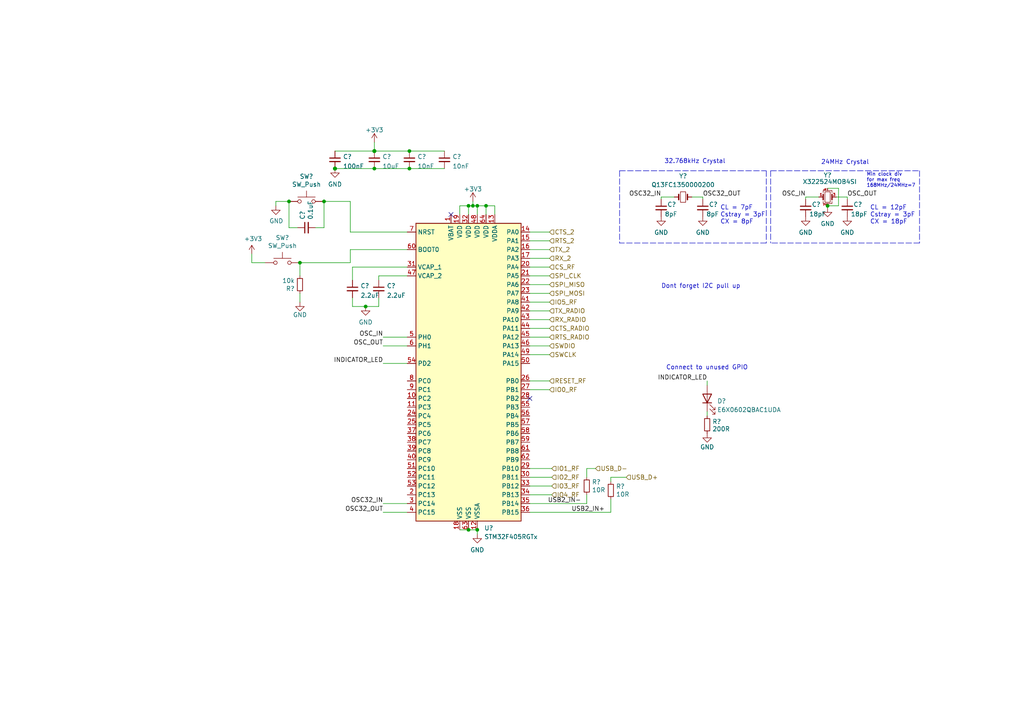
<source format=kicad_sch>
(kicad_sch (version 20211123) (generator eeschema)
  (paper "A4")
  (lib_symbols
    (symbol "Device:C_Small" (pin_numbers hide) (pin_names (offset 0.254) hide)
      (property "Reference" "C" (at 0.254 1.778 0))
      (property "Value" "C_Small" (at 0.254 -2.032 0))
      (symbol "C_Small_0_1"
        (polyline (pts (xy -1.524 -0.508) (xy 1.524 -0.508)) (stroke (width 0.3302)))
        (polyline (pts (xy -1.524 0.508) (xy 1.524 0.508)) (stroke (width 0.3048)))
      )
      (symbol "C_Small_1_1"
        (pin passive line (at 0 2.54 270) (length 2.032) (name "~") (number "1"))
        (pin passive line (at 0 -2.54 90) (length 2.032) (name "~") (number "2"))
      )
    )
    (symbol "Device:Crystal_GND24_Small" (pin_names (offset 1.016) hide)
      (property "Reference" "Y" (at 1.27 4.445 0))
      (property "Value" "Crystal_GND24_Small" (at 1.27 2.54 0))
      (symbol "Crystal_GND24_Small_0_1"
        (rectangle (start -0.762 -1.524) (end 0.762 1.524))
        (polyline (pts (xy -1.27 -0.762) (xy -1.27 0.762)) (stroke (width 0.381)))
        (polyline (pts (xy 1.27 -0.762) (xy 1.27 0.762)) (stroke (width 0.381)))
        (polyline (pts (xy -1.27 -1.27) (xy -1.27 -1.905) (xy 1.27 -1.905) (xy 1.27 -1.27)))
        (polyline (pts (xy -1.27 1.27) (xy -1.27 1.905) (xy 1.27 1.905) (xy 1.27 1.27)))
      )
      (symbol "Crystal_GND24_Small_1_1"
        (pin passive line (at -2.54 0 0) (length 1.27) (name "1") (number "1"))
        (pin passive line (at 0 -2.54 90) (length 0.635) (name "2") (number "2"))
        (pin passive line (at 2.54 0 180) (length 1.27) (name "3") (number "3"))
        (pin passive line (at 0 2.54 270) (length 0.635) (name "4") (number "4"))
      )
    )
    (symbol "Device:Crystal_Small" (pin_numbers hide) (pin_names (offset 1.016) hide)
      (property "Reference" "Y" (at 0 2.54 0))
      (property "Value" "Crystal_Small" (at 0 -2.54 0))
      (symbol "Crystal_Small_0_1"
        (rectangle (start -0.762 -1.524) (end 0.762 1.524))
        (polyline (pts (xy -1.27 -0.762) (xy -1.27 0.762)) (stroke (width 0.381)))
        (polyline (pts (xy 1.27 -0.762) (xy 1.27 0.762)) (stroke (width 0.381)))
      )
      (symbol "Crystal_Small_1_1"
        (pin passive line (at -2.54 0 0) (length 1.27) (name "1") (number "1"))
        (pin passive line (at 2.54 0 180) (length 1.27) (name "2") (number "2"))
      )
    )
    (symbol "Device:LED" (pin_numbers hide) (pin_names (offset 1.016) hide)
      (property "Reference" "D" (at 0 2.54 0))
      (property "Value" "LED" (at 0 -2.54 0))
      (symbol "LED_0_1"
        (polyline (pts (xy -1.27 -1.27) (xy -1.27 1.27)) (stroke (width 0.254)))
        (polyline (pts (xy -1.27 0) (xy 1.27 0)))
        (polyline (pts (xy 1.27 -1.27) (xy 1.27 1.27) (xy -1.27 0) (xy 1.27 -1.27)) (stroke (width 0.254)))
        (polyline (pts (xy -3.048 -0.762) (xy -4.572 -2.286) (xy -3.81 -2.286) (xy -4.572 -2.286) (xy -4.572 -1.524)))
        (polyline (pts (xy -1.778 -0.762) (xy -3.302 -2.286) (xy -2.54 -2.286) (xy -3.302 -2.286) (xy -3.302 -1.524)))
      )
      (symbol "LED_1_1"
        (pin passive line (at -3.81 0 0) (length 2.54) (name "K") (number "1"))
        (pin passive line (at 3.81 0 180) (length 2.54) (name "A") (number "2"))
      )
    )
    (symbol "Device:R_Small" (pin_numbers hide) (pin_names (offset 0.254) hide)
      (property "Reference" "R" (at 0.762 0.508 0))
      (property "Value" "R_Small" (at 0.762 -1.016 0))
      (symbol "R_Small_0_1"
        (rectangle (start -0.762 1.778) (end 0.762 -1.778) (stroke (width 0.2032)))
      )
      (symbol "R_Small_1_1"
        (pin passive line (at 0 2.54 270) (length 0.762) (name "~") (number "1"))
        (pin passive line (at 0 -2.54 90) (length 0.762) (name "~") (number "2"))
      )
    )
    (symbol "MCU_ST_STM32F4:STM32F405RGTx"
      (property "Reference" "U" (at -15.24 44.45 0))
      (property "Value" "STM32F405RGTx" (at 10.16 44.45 0))
      (symbol "STM32F405RGTx_0_1"
        (rectangle (start -15.24 -43.18) (end 15.24 43.18) (stroke (width 0.254)) (fill (type background)))
      )
      (symbol "STM32F405RGTx_1_1"
        (pin power_in line (at -5.08 45.72 270) (length 2.54) (name "VBAT") (number "1"))
        (pin bidirectional line (at -17.78 -7.62 0) (length 2.54) (name "PC2") (number "10"))
        (pin bidirectional line (at -17.78 -10.16 0) (length 2.54) (name "PC3") (number "11"))
        (pin power_in line (at 2.54 -45.72 90) (length 2.54) (name "VSSA") (number "12"))
        (pin power_in line (at 7.62 45.72 270) (length 2.54) (name "VDDA") (number "13"))
        (pin bidirectional line (at 17.78 40.64 180) (length 2.54) (name "PA0") (number "14"))
        (pin bidirectional line (at 17.78 38.1 180) (length 2.54) (name "PA1") (number "15"))
        (pin bidirectional line (at 17.78 35.56 180) (length 2.54) (name "PA2") (number "16"))
        (pin bidirectional line (at 17.78 33.02 180) (length 2.54) (name "PA3") (number "17"))
        (pin power_in line (at -2.54 -45.72 90) (length 2.54) (name "VSS") (number "18"))
        (pin power_in line (at -2.54 45.72 270) (length 2.54) (name "VDD") (number "19"))
        (pin bidirectional line (at -17.78 -35.56 0) (length 2.54) (name "PC13") (number "2"))
        (pin bidirectional line (at 17.78 30.48 180) (length 2.54) (name "PA4") (number "20"))
        (pin bidirectional line (at 17.78 27.94 180) (length 2.54) (name "PA5") (number "21"))
        (pin bidirectional line (at 17.78 25.4 180) (length 2.54) (name "PA6") (number "22"))
        (pin bidirectional line (at 17.78 22.86 180) (length 2.54) (name "PA7") (number "23"))
        (pin bidirectional line (at -17.78 -12.7 0) (length 2.54) (name "PC4") (number "24"))
        (pin bidirectional line (at -17.78 -15.24 0) (length 2.54) (name "PC5") (number "25"))
        (pin bidirectional line (at 17.78 -2.54 180) (length 2.54) (name "PB0") (number "26"))
        (pin bidirectional line (at 17.78 -5.08 180) (length 2.54) (name "PB1") (number "27"))
        (pin bidirectional line (at 17.78 -7.62 180) (length 2.54) (name "PB2") (number "28"))
        (pin bidirectional line (at 17.78 -27.94 180) (length 2.54) (name "PB10") (number "29"))
        (pin bidirectional line (at -17.78 -38.1 0) (length 2.54) (name "PC14") (number "3"))
        (pin bidirectional line (at 17.78 -30.48 180) (length 2.54) (name "PB11") (number "30"))
        (pin power_in line (at -17.78 30.48 0) (length 2.54) (name "VCAP_1") (number "31"))
        (pin power_in line (at 0 45.72 270) (length 2.54) (name "VDD") (number "32"))
        (pin bidirectional line (at 17.78 -33.02 180) (length 2.54) (name "PB12") (number "33"))
        (pin bidirectional line (at 17.78 -35.56 180) (length 2.54) (name "PB13") (number "34"))
        (pin bidirectional line (at 17.78 -38.1 180) (length 2.54) (name "PB14") (number "35"))
        (pin bidirectional line (at 17.78 -40.64 180) (length 2.54) (name "PB15") (number "36"))
        (pin bidirectional line (at -17.78 -17.78 0) (length 2.54) (name "PC6") (number "37"))
        (pin bidirectional line (at -17.78 -20.32 0) (length 2.54) (name "PC7") (number "38"))
        (pin bidirectional line (at -17.78 -22.86 0) (length 2.54) (name "PC8") (number "39"))
        (pin bidirectional line (at -17.78 -40.64 0) (length 2.54) (name "PC15") (number "4"))
        (pin bidirectional line (at -17.78 -25.4 0) (length 2.54) (name "PC9") (number "40"))
        (pin bidirectional line (at 17.78 20.32 180) (length 2.54) (name "PA8") (number "41"))
        (pin bidirectional line (at 17.78 17.78 180) (length 2.54) (name "PA9") (number "42"))
        (pin bidirectional line (at 17.78 15.24 180) (length 2.54) (name "PA10") (number "43"))
        (pin bidirectional line (at 17.78 12.7 180) (length 2.54) (name "PA11") (number "44"))
        (pin bidirectional line (at 17.78 10.16 180) (length 2.54) (name "PA12") (number "45"))
        (pin bidirectional line (at 17.78 7.62 180) (length 2.54) (name "PA13") (number "46"))
        (pin power_in line (at -17.78 27.94 0) (length 2.54) (name "VCAP_2") (number "47"))
        (pin power_in line (at 2.54 45.72 270) (length 2.54) (name "VDD") (number "48"))
        (pin bidirectional line (at 17.78 5.08 180) (length 2.54) (name "PA14") (number "49"))
        (pin input line (at -17.78 10.16 0) (length 2.54) (name "PH0") (number "5"))
        (pin bidirectional line (at 17.78 2.54 180) (length 2.54) (name "PA15") (number "50"))
        (pin bidirectional line (at -17.78 -27.94 0) (length 2.54) (name "PC10") (number "51"))
        (pin bidirectional line (at -17.78 -30.48 0) (length 2.54) (name "PC11") (number "52"))
        (pin bidirectional line (at -17.78 -33.02 0) (length 2.54) (name "PC12") (number "53"))
        (pin bidirectional line (at -17.78 2.54 0) (length 2.54) (name "PD2") (number "54"))
        (pin bidirectional line (at 17.78 -10.16 180) (length 2.54) (name "PB3") (number "55"))
        (pin bidirectional line (at 17.78 -12.7 180) (length 2.54) (name "PB4") (number "56"))
        (pin bidirectional line (at 17.78 -15.24 180) (length 2.54) (name "PB5") (number "57"))
        (pin bidirectional line (at 17.78 -17.78 180) (length 2.54) (name "PB6") (number "58"))
        (pin bidirectional line (at 17.78 -20.32 180) (length 2.54) (name "PB7") (number "59"))
        (pin input line (at -17.78 7.62 0) (length 2.54) (name "PH1") (number "6"))
        (pin input line (at -17.78 35.56 0) (length 2.54) (name "BOOT0") (number "60"))
        (pin bidirectional line (at 17.78 -22.86 180) (length 2.54) (name "PB8") (number "61"))
        (pin bidirectional line (at 17.78 -25.4 180) (length 2.54) (name "PB9") (number "62"))
        (pin power_in line (at 0 -45.72 90) (length 2.54) (name "VSS") (number "63"))
        (pin power_in line (at 5.08 45.72 270) (length 2.54) (name "VDD") (number "64"))
        (pin input line (at -17.78 40.64 0) (length 2.54) (name "NRST") (number "7"))
        (pin bidirectional line (at -17.78 -2.54 0) (length 2.54) (name "PC0") (number "8"))
        (pin bidirectional line (at -17.78 -5.08 0) (length 2.54) (name "PC1") (number "9"))
      )
    )
    (symbol "Nebula-rescue:+3.3V-power-H7_FlightComputer-rescue" (power) (pin_names (offset 0))
      (property "Value" "+3.3V-power-H7_FlightComputer-rescue" (at 0 3.556 0))
      (symbol "+3.3V-power-H7_FlightComputer-rescue_0_1"
        (polyline (pts (xy -0.762 1.27) (xy 0 2.54)))
        (polyline (pts (xy 0 0) (xy 0 2.54)))
        (polyline (pts (xy 0 2.54) (xy 0.762 1.27)))
      )
      (symbol "+3.3V-power-H7_FlightComputer-rescue_1_1"
        (pin power_in line (at 0 0 90) (length 0) hide (name "+3V3") (number "1"))
      )
    )
    (symbol "Nebula-rescue:C_Small-Device-H7_FlightComputer-rescue" (pin_numbers hide) (pin_names (offset 0.254) hide)
      (property "Reference" "C" (at 0.254 1.778 0))
      (property "Value" "C_Small-Device-H7_FlightComputer-rescue" (at 0.254 -2.032 0))
      (symbol "C_Small-Device-H7_FlightComputer-rescue_0_1"
        (polyline (pts (xy -1.524 -0.508) (xy 1.524 -0.508)) (stroke (width 0.3302)))
        (polyline (pts (xy -1.524 0.508) (xy 1.524 0.508)) (stroke (width 0.3048)))
      )
      (symbol "C_Small-Device-H7_FlightComputer-rescue_1_1"
        (pin passive line (at 0 2.54 270) (length 2.032) (name "~") (number "1"))
        (pin passive line (at 0 -2.54 90) (length 2.032) (name "~") (number "2"))
      )
    )
    (symbol "Nebula-rescue:GND-power-H7_FlightComputer-rescue" (power) (pin_names (offset 0))
      (property "Value" "GND-power-H7_FlightComputer-rescue" (at 0 -3.81 0))
      (symbol "GND-power-H7_FlightComputer-rescue_0_1"
        (polyline (pts (xy 0 0) (xy 0 -1.27) (xy 1.27 -1.27) (xy 0 -2.54) (xy -1.27 -1.27) (xy 0 -1.27)))
      )
      (symbol "GND-power-H7_FlightComputer-rescue_1_1"
        (pin power_in line (at 0 0 270) (length 0) hide (name "GND") (number "1"))
      )
    )
    (symbol "Nebula-rescue:R_Small-Device-H7_FlightComputer-rescue" (pin_numbers hide) (pin_names (offset 0.254) hide)
      (property "Reference" "R" (at 0.762 0.508 0))
      (property "Value" "R_Small-Device-H7_FlightComputer-rescue" (at 0.762 -1.016 0))
      (symbol "R_Small-Device-H7_FlightComputer-rescue_0_1"
        (rectangle (start -0.762 1.778) (end 0.762 -1.778) (stroke (width 0.2032)))
      )
      (symbol "R_Small-Device-H7_FlightComputer-rescue_1_1"
        (pin passive line (at 0 2.54 270) (length 0.762) (name "~") (number "1"))
        (pin passive line (at 0 -2.54 90) (length 0.762) (name "~") (number "2"))
      )
    )
    (symbol "Nebula-rescue:SW_Push-Switch-H7_FlightComputer-rescue" (pin_numbers hide) (pin_names (offset 1.016) hide)
      (property "Reference" "SW" (at 1.27 2.54 0))
      (property "Value" "SW_Push-Switch-H7_FlightComputer-rescue" (at 0 -1.524 0))
      (symbol "SW_Push-Switch-H7_FlightComputer-rescue_0_1"
        (circle (center -2.032 0) (radius 0.508))
        (polyline (pts (xy 0 1.27) (xy 0 3.048)))
        (polyline (pts (xy 2.54 1.27) (xy -2.54 1.27)))
        (circle (center 2.032 0) (radius 0.508))
        (pin passive line (at -5.08 0 0) (length 2.54) (name "1") (number "1"))
        (pin passive line (at 5.08 0 180) (length 2.54) (name "2") (number "2"))
      )
    )
    (symbol "power:+3.3V" (power) (pin_names (offset 0))
      (property "Value" "+3.3V" (at 0 3.556 0))
      (symbol "+3.3V_0_1"
        (polyline (pts (xy -0.762 1.27) (xy 0 2.54)))
        (polyline (pts (xy 0 0) (xy 0 2.54)))
        (polyline (pts (xy 0 2.54) (xy 0.762 1.27)))
      )
      (symbol "+3.3V_1_1"
        (pin power_in line (at 0 0 90) (length 0) hide (name "+3V3") (number "1"))
      )
    )
    (symbol "power:GND" (power) (pin_names (offset 0))
      (property "Value" "GND" (at 0 -3.81 0))
      (symbol "GND_0_1"
        (polyline (pts (xy 0 0) (xy 0 -1.27) (xy 1.27 -1.27) (xy 0 -2.54) (xy -1.27 -1.27) (xy 0 -1.27)))
      )
      (symbol "GND_1_1"
        (pin power_in line (at 0 0 270) (length 0) hide (name "GND") (number "1"))
      )
    )
  )
  (junction (at 138.43 153.67))
  (junction (at 108.585 48.895))
  (junction (at 108.585 43.815) (diameter 1.016))
  (junction (at 240.03 59.69))
  (junction (at 83.82 58.42))
  (junction (at 86.995 76.2))
  (junction (at 135.89 59.69))
  (junction (at 106.045 88.9))
  (junction (at 140.97 59.69))
  (junction (at 137.16 59.69))
  (junction (at 118.745 48.895))
  (junction (at 97.155 48.895) (diameter 1.016))
  (junction (at 118.745 43.815))
  (junction (at 135.89 153.67))
  (junction (at 93.98 58.42))
  (junction (at 138.43 59.69))
  (no_connect (at 130.81 62.23))
  (no_connect (at 153.67 115.57))
  (wire (pts (xy 153.67 80.01) (xy 159.385 80.01)))
  (wire (pts (xy 111.125 100.33) (xy 118.11 100.33)))
  (wire (pts (xy 86.36 66.04) (xy 83.82 66.04)))
  (wire (pts (xy 111.125 105.41) (xy 118.11 105.41)))
  (wire (pts (xy 109.855 86.36) (xy 109.855 88.9)))
  (wire (pts (xy 118.11 77.47) (xy 102.235 77.47)))
  (wire (pts (xy 111.125 97.79) (xy 118.11 97.79)))
  (wire (pts (xy 245.745 57.15) (xy 245.745 57.785)))
  (wire (pts (xy 102.235 88.9) (xy 106.045 88.9)))
  (wire (pts (xy 153.67 148.59) (xy 177.165 148.59)))
  (wire (pts (xy 205.105 119.38) (xy 205.105 120.65)))
  (wire (pts (xy 177.165 144.78) (xy 177.165 148.59)))
  (wire (pts (xy 153.67 90.17) (xy 159.385 90.17)))
  (wire (pts (xy 153.67 97.79) (xy 159.385 97.79)))
  (wire (pts (xy 135.89 59.69) (xy 137.16 59.69)))
  (wire (pts (xy 153.67 100.33) (xy 159.385 100.33)))
  (wire (pts (xy 233.68 57.15) (xy 237.49 57.15)))
  (wire (pts (xy 153.67 87.63) (xy 159.385 87.63)))
  (polyline (pts (xy 179.705 49.53) (xy 222.25 49.53)))
  (wire (pts (xy 137.16 59.69) (xy 138.43 59.69)))
  (wire (pts (xy 153.67 95.25) (xy 159.385 95.25)))
  (wire (pts (xy 170.18 146.05) (xy 153.67 146.05)))
  (wire (pts (xy 93.98 66.04) (xy 93.98 58.42)))
  (wire (pts (xy 118.11 80.01) (xy 109.855 80.01)))
  (wire (pts (xy 177.165 139.7) (xy 177.165 138.43)))
  (wire (pts (xy 101.6 58.42) (xy 101.6 67.31)))
  (wire (pts (xy 86.995 76.2) (xy 101.6 76.2)))
  (wire (pts (xy 86.995 85.09) (xy 86.995 87.63)))
  (wire (pts (xy 118.745 48.895) (xy 128.905 48.895)))
  (polyline (pts (xy 223.52 49.53) (xy 266.7 49.53)))
  (polyline (pts (xy 223.52 49.53) (xy 223.52 70.485)))
  (wire (pts (xy 109.855 80.01) (xy 109.855 81.28)))
  (polyline (pts (xy 222.25 49.53) (xy 222.25 70.485)))
  (wire (pts (xy 153.67 69.85) (xy 159.385 69.85)))
  (wire (pts (xy 153.67 143.51) (xy 160.02 143.51)))
  (wire (pts (xy 153.67 92.71) (xy 159.385 92.71)))
  (wire (pts (xy 242.57 57.15) (xy 245.745 57.15)))
  (wire (pts (xy 153.67 102.87) (xy 159.385 102.87)))
  (wire (pts (xy 97.155 48.895) (xy 108.585 48.895)))
  (wire (pts (xy 153.67 72.39) (xy 159.385 72.39)))
  (wire (pts (xy 243.205 59.69) (xy 240.03 59.69)))
  (polyline (pts (xy 179.705 49.53) (xy 179.705 70.485)))
  (wire (pts (xy 153.67 67.31) (xy 159.385 67.31)))
  (wire (pts (xy 240.03 54.61) (xy 243.205 54.61)))
  (wire (pts (xy 73.025 73.66) (xy 73.025 76.2)))
  (wire (pts (xy 138.43 153.67) (xy 138.43 154.94)))
  (wire (pts (xy 153.67 113.03) (xy 159.385 113.03)))
  (wire (pts (xy 108.585 43.815) (xy 118.745 43.815)))
  (wire (pts (xy 153.67 135.89) (xy 160.02 135.89)))
  (wire (pts (xy 118.745 43.815) (xy 128.905 43.815)))
  (polyline (pts (xy 222.25 70.485) (xy 179.705 70.485)))
  (wire (pts (xy 170.18 135.89) (xy 172.72 135.89)))
  (wire (pts (xy 93.98 58.42) (xy 101.6 58.42)))
  (wire (pts (xy 153.67 110.49) (xy 159.385 110.49)))
  (wire (pts (xy 140.97 59.69) (xy 140.97 62.23)))
  (wire (pts (xy 101.6 72.39) (xy 118.11 72.39)))
  (wire (pts (xy 135.89 59.69) (xy 135.89 62.23)))
  (wire (pts (xy 153.67 82.55) (xy 159.385 82.55)))
  (wire (pts (xy 80.01 58.42) (xy 83.82 58.42)))
  (wire (pts (xy 143.51 59.69) (xy 140.97 59.69)))
  (wire (pts (xy 133.35 62.23) (xy 133.35 59.69)))
  (wire (pts (xy 243.205 54.61) (xy 243.205 59.69)))
  (wire (pts (xy 111.125 148.59) (xy 118.11 148.59)))
  (polyline (pts (xy 266.7 49.53) (xy 266.7 70.485)))
  (wire (pts (xy 138.43 59.69) (xy 140.97 59.69)))
  (wire (pts (xy 191.77 57.15) (xy 191.77 57.785)))
  (wire (pts (xy 111.125 146.05) (xy 118.11 146.05)))
  (wire (pts (xy 73.025 76.2) (xy 76.835 76.2)))
  (wire (pts (xy 133.35 153.67) (xy 135.89 153.67)))
  (wire (pts (xy 83.82 66.04) (xy 83.82 58.42)))
  (wire (pts (xy 177.165 138.43) (xy 181.61 138.43)))
  (wire (pts (xy 153.67 140.97) (xy 160.02 140.97)))
  (wire (pts (xy 97.155 43.815) (xy 108.585 43.815)))
  (wire (pts (xy 101.6 67.31) (xy 118.11 67.31)))
  (wire (pts (xy 80.01 58.42) (xy 80.01 59.69)))
  (wire (pts (xy 191.77 57.15) (xy 195.58 57.15)))
  (wire (pts (xy 153.67 77.47) (xy 159.385 77.47)))
  (wire (pts (xy 86.995 76.2) (xy 86.995 80.01)))
  (wire (pts (xy 153.67 85.09) (xy 159.385 85.09)))
  (wire (pts (xy 203.835 57.15) (xy 203.835 57.785)))
  (wire (pts (xy 91.44 66.04) (xy 93.98 66.04)))
  (wire (pts (xy 200.66 57.15) (xy 203.835 57.15)))
  (wire (pts (xy 102.235 77.47) (xy 102.235 81.28)))
  (wire (pts (xy 153.67 138.43) (xy 160.02 138.43)))
  (wire (pts (xy 108.585 41.275) (xy 108.585 43.815)))
  (wire (pts (xy 108.585 48.895) (xy 118.745 48.895)))
  (wire (pts (xy 205.105 110.49) (xy 205.105 111.76)))
  (wire (pts (xy 137.16 58.42) (xy 137.16 59.69)))
  (wire (pts (xy 101.6 76.2) (xy 101.6 72.39)))
  (wire (pts (xy 170.18 138.43) (xy 170.18 135.89)))
  (wire (pts (xy 109.855 88.9) (xy 106.045 88.9)))
  (wire (pts (xy 138.43 59.69) (xy 138.43 62.23)))
  (wire (pts (xy 153.67 74.93) (xy 159.385 74.93)))
  (wire (pts (xy 133.35 59.69) (xy 135.89 59.69)))
  (wire (pts (xy 143.51 62.23) (xy 143.51 59.69)))
  (wire (pts (xy 135.89 153.67) (xy 138.43 153.67)))
  (polyline (pts (xy 266.7 70.485) (xy 223.52 70.485)))
  (wire (pts (xy 102.235 86.36) (xy 102.235 88.9)))
  (wire (pts (xy 240.03 59.69) (xy 240.03 60.325)))
  (wire (pts (xy 170.18 143.51) (xy 170.18 146.05)))
  (wire (pts (xy 233.68 57.15) (xy 233.68 57.785)))
  (text "Connect to unused GPIO" (at 193.167 107.442 0) (effects (font (size 1.27 1.27)) (justify left bottom)))
  (text "24MHz Crystal" (at 238.125 47.879 0) (effects (font (size 1.27 1.27)) (justify left bottom)))
  (text "Dont forget I2C pull up" (at 191.77 83.82 0) (effects (font (size 1.27 1.27)) (justify left bottom)))
  (text "CL = 7pF\nCstray = 3pF\nCX = 8pF" (at 208.915 65.151 0) (effects (font (size 1.27 1.27)) (justify left bottom)))
  (text "32.768kHz Crystal" (at 192.659 47.625 0) (effects (font (size 1.27 1.27)) (justify left bottom)))
  (text "CL = 12pF\nCstray = 3pF\nCX = 18pF" (at 252.349 65.151 0) (effects (font (size 1.27 1.27)) (justify left bottom)))
  (text "Min clock div\nfor max freq\n168MHz/24MHz=7" (at 251.333 54.483 0) (effects (font (size 1 1)) (justify left bottom)))
  (label "OSC_IN" (at 111.125 97.79 180))
  (label "OSC32_IN" (at 191.77 57.15 180))
  (label "OSC_OUT" (at 111.125 100.33 180))
  (label "OSC32_OUT" (at 111.125 148.59 180))
  (label "INDICATOR_LED" (at 205.105 110.49 180))
  (label "USB2_IN+" (at 165.735 148.59 0))
  (label "OSC_OUT" (at 245.745 57.15 0))
  (label "OSC32_IN" (at 111.125 146.05 180))
  (label "OSC_IN" (at 233.68 57.15 180))
  (label "INDICATOR_LED" (at 111.125 105.41 180))
  (label "USB2_IN-" (at 158.877 146.05 0))
  (label "OSC32_OUT" (at 203.835 57.15 0))
  (hierarchical_label "SPI_MISO" (shape input) (at 159.385 82.55 0))
  (hierarchical_label "IO2_RF" (shape input) (at 160.02 138.43 0))
  (hierarchical_label "SWCLK" (shape input) (at 159.385 102.87 0))
  (hierarchical_label "USB_D+" (shape input) (at 181.61 138.43 0))
  (hierarchical_label "SPI_MOSI" (shape input) (at 159.385 85.09 0))
  (hierarchical_label "IO5_RF" (shape input) (at 159.385 87.63 0))
  (hierarchical_label "CTS_2" (shape input) (at 159.385 67.31 0))
  (hierarchical_label "RESET_RF" (shape input) (at 159.385 110.49 0))
  (hierarchical_label "RTS_RADIO" (shape input) (at 159.385 97.79 0))
  (hierarchical_label "SWDIO" (shape input) (at 159.385 100.33 0))
  (hierarchical_label "RX_2" (shape input) (at 159.385 74.93 0))
  (hierarchical_label "IO3_RF" (shape input) (at 160.02 140.97 0))
  (hierarchical_label "TX_RADIO" (shape input) (at 159.385 90.17 0))
  (hierarchical_label "RX_RADIO" (shape input) (at 159.385 92.71 0))
  (hierarchical_label "CS_RF" (shape input) (at 159.385 77.47 0))
  (hierarchical_label "IO4_RF" (shape input) (at 160.02 143.51 0))
  (hierarchical_label "CTS_RADIO" (shape input) (at 159.385 95.25 0))
  (hierarchical_label "USB_D-" (shape input) (at 172.72 135.89 0))
  (hierarchical_label "IO0_RF" (shape input) (at 159.385 113.03 0))
  (hierarchical_label "SPI_CLK" (shape input) (at 159.385 80.01 0))
  (hierarchical_label "IO1_RF" (shape input) (at 160.02 135.89 0))
  (hierarchical_label "TX_2" (shape input) (at 159.385 72.39 0))
  (hierarchical_label "RTS_2" (shape input) (at 159.385 69.85 0))
  (symbol (lib_id "Nebula-rescue:SW_Push-Switch-H7_FlightComputer-rescue") (at 88.9 58.42 0) (unit 1)
    (property "Reference" "SW?" (at 88.9 51.181 0))
    (property "Value" "SW_Push" (at 88.9 53.4924 0))
    (property "Footprint" "Button_Switch_SMD:SW_Push_1P1T_NO_CK_KSC6xxJ" (effects hide))
  )
  (symbol (lib_id "Device:Crystal_Small") (at 198.12 57.15 0) (unit 1)
    (property "Reference" "Y?" (at 198.12 51.054 0))
    (property "Value" "Q13FC1350000200" (at 198.12 53.594 0))
    (property "Footprint" "Crystal:Crystal_SMD_3215-2Pin_3.2x1.5mm" (effects hide))
    (property "Datasheet" "https://datasheet.lcsc.com/lcsc/1811081213_Seiko-Epson-Q13FC1350000200_C48615.pdf" (effects hide))
    (property "LCSC" "C48615" (effects hide))
  )
  (symbol (lib_id "Nebula-rescue:GND-power-H7_FlightComputer-rescue") (at 86.995 87.63 0) (unit 1)
    (property "Reference" "#PWR?" (effects hide))
    (property "Value" "GND" (at 86.995 91.313 0))
  )
  (symbol (lib_id "power:GND") (at 205.105 125.73 0) (unit 1)
    (property "Reference" "#PWR?" (effects hide))
    (property "Value" "GND" (at 205.105 129.6576 0))
  )
  (symbol (lib_id "Device:C_Small") (at 97.155 46.355 0) (unit 1)
    (property "Reference" "C?" (at 99.4792 45.4465 0) (effects (justify left)))
    (property "Value" "100nF" (at 99.4792 48.2216 0) (effects (justify left)))
    (property "Footprint" "Capacitor_SMD:C_0603_1608Metric_Pad1.08x0.95mm_HandSolder" (effects hide))
  )
  (symbol (lib_id "Device:C_Small") (at 128.905 46.355 0) (unit 1)
    (property "Reference" "C?" (at 131.2292 45.4465 0) (effects (justify left)))
    (property "Value" "10nF" (at 131.2292 48.2216 0) (effects (justify left)))
    (property "Footprint" "Capacitor_SMD:C_0603_1608Metric_Pad1.08x0.95mm_HandSolder" (effects hide))
  )
  (symbol (lib_id "power:GND") (at 191.77 62.865 0) (unit 1)
    (property "Reference" "#PWR?" (effects hide))
    (property "Value" "GND" (at 191.77 67.4276 0))
  )
  (symbol (lib_id "Nebula-rescue:+3.3V-power-H7_FlightComputer-rescue") (at 73.025 73.66 0) (unit 1)
    (property "Reference" "#PWR?" (effects hide))
    (property "Value" "+3.3V" (at 73.406 69.2658 0))
  )
  (symbol (lib_id "power:GND") (at 240.03 60.325 0) (unit 1)
    (property "Reference" "#PWR?" (effects hide))
    (property "Value" "GND" (at 240.03 64.8876 0))
  )
  (symbol (lib_id "power:GND") (at 245.745 62.865 0) (unit 1)
    (property "Reference" "#PWR?" (effects hide))
    (property "Value" "GND" (at 245.745 67.4276 0))
  )
  (symbol (lib_id "Device:LED") (at 205.105 115.57 90) (unit 1)
    (property "Reference" "D?" (at 208.026 116.3228 90) (effects (justify right)))
    (property "Value" "E6X0602QBAC1UDA" (at 208.026 118.8597 90) (effects (justify right)))
    (property "Footprint" "LED_SMD:LED_0603_1608Metric_Pad1.05x0.95mm_HandSolder" (effects hide))
    (property "Datasheet" "https://datasheet.lcsc.com/lcsc/2105241210_EKINGLUX-E6X0602QBAC1UDA_C375467.pdf" (effects hide))
    (property "LCSC#" "C375467" (effects hide))
    (property "MFR#" "E6X0602QBAC1UDA" (effects hide))
  )
  (symbol (lib_id "power:GND") (at 138.43 154.94 0) (unit 1)
    (property "Reference" "#PWR?" (effects hide))
    (property "Value" "GND" (at 138.43 159.5026 0))
  )
  (symbol (lib_id "Nebula-rescue:R_Small-Device-H7_FlightComputer-rescue") (at 170.18 140.97 0) (unit 1)
    (property "Reference" "R?" (at 171.6786 139.8016 0) (effects (justify left)))
    (property "Value" "10R" (at 171.6786 142.113 0) (effects (justify left)))
    (property "Footprint" "Resistor_SMD:R_0603_1608Metric_Pad0.98x0.95mm_HandSolder" (effects hide))
  )
  (symbol (lib_id "Device:C_Small") (at 108.585 46.355 0) (unit 1)
    (property "Reference" "C?" (at 110.9092 45.4465 0) (effects (justify left)))
    (property "Value" "10uF" (at 110.9092 48.2216 0) (effects (justify left)))
    (property "Footprint" "Capacitor_SMD:C_0603_1608Metric_Pad1.08x0.95mm_HandSolder" (effects hide))
  )
  (symbol (lib_id "Device:C_Small") (at 118.745 46.355 0) (unit 1)
    (property "Reference" "C?" (at 121.0692 45.4465 0) (effects (justify left)))
    (property "Value" "10nF" (at 121.0692 48.2216 0) (effects (justify left)))
    (property "Footprint" "Capacitor_SMD:C_0603_1608Metric_Pad1.08x0.95mm_HandSolder" (effects hide))
  )
  (symbol (lib_id "Device:C_Small") (at 233.68 60.325 0) (unit 1)
    (property "Reference" "C?" (at 235.458 59.309 0) (effects (justify left)))
    (property "Value" "18pF" (at 234.696 62.103 0) (effects (justify left)))
    (property "Footprint" "Capacitor_SMD:C_0603_1608Metric_Pad1.08x0.95mm_HandSolder" (effects hide))
  )
  (symbol (lib_id "Nebula-rescue:SW_Push-Switch-H7_FlightComputer-rescue") (at 81.915 76.2 0) (unit 1)
    (property "Reference" "SW?" (at 81.915 68.961 0))
    (property "Value" "SW_Push" (at 81.915 71.2724 0))
    (property "Footprint" "Button_Switch_SMD:SW_Push_1P1T_NO_CK_KSC6xxJ" (effects hide))
  )
  (symbol (lib_id "power:GND") (at 97.155 48.895 0) (unit 1)
    (property "Reference" "#PWR?" (effects hide))
    (property "Value" "GND" (at 97.155 53.4576 0))
  )
  (symbol (lib_id "MCU_ST_STM32F4:STM32F405RGTx") (at 135.89 107.95 0) (unit 1)
    (property "Reference" "U?" (at 140.4494 153.1604 0) (effects (justify left)))
    (property "Value" "STM32F405RGTx" (at 140.4494 155.6973 0) (effects (justify left)))
    (property "Footprint" "Package_QFP:LQFP-64_10x10mm_P0.5mm" (effects hide))
    (property "Datasheet" "http://www.st.com/st-web-ui/static/active/en/resource/technical/document/datasheet/DM00037051.pdf" (effects hide))
  )
  (symbol (lib_id "Nebula-rescue:GND-power-H7_FlightComputer-rescue") (at 80.01 59.69 0) (unit 1)
    (property "Reference" "#PWR?" (effects hide))
    (property "Value" "GND" (at 80.137 64.0842 0))
  )
  (symbol (lib_id "Nebula-rescue:R_Small-Device-H7_FlightComputer-rescue") (at 177.165 142.24 0) (unit 1)
    (property "Reference" "R?" (at 178.6636 141.0716 0) (effects (justify left)))
    (property "Value" "10R" (at 178.6636 143.383 0) (effects (justify left)))
    (property "Footprint" "Resistor_SMD:R_0603_1608Metric_Pad0.98x0.95mm_HandSolder" (effects hide))
  )
  (symbol (lib_id "power:GND") (at 203.835 62.865 0) (unit 1)
    (property "Reference" "#PWR?" (effects hide))
    (property "Value" "GND" (at 203.835 67.4276 0))
  )
  (symbol (lib_id "Device:C_Small") (at 109.855 83.82 0) (unit 1)
    (property "Reference" "C?" (at 112.1792 82.9115 0) (effects (justify left)))
    (property "Value" "2.2uF" (at 112.1792 85.6866 0) (effects (justify left)))
    (property "Footprint" "Capacitor_SMD:C_0603_1608Metric_Pad1.08x0.95mm_HandSolder" (effects hide))
  )
  (symbol (lib_id "Device:C_Small") (at 203.835 60.325 0) (unit 1)
    (property "Reference" "C?" (at 205.613 59.309 0) (effects (justify left)))
    (property "Value" "8pF" (at 204.851 62.103 0) (effects (justify left)))
    (property "Footprint" "Capacitor_SMD:C_0603_1608Metric_Pad1.08x0.95mm_HandSolder" (effects hide))
  )
  (symbol (lib_id "Nebula-rescue:C_Small-Device-H7_FlightComputer-rescue") (at 88.9 66.04 90) (unit 1)
    (property "Reference" "C?" (at 87.7316 63.7032 0) (effects (justify left)))
    (property "Value" "0.1uF" (at 90.043 63.7032 0) (effects (justify left)))
    (property "Footprint" "Capacitor_SMD:C_0603_1608Metric_Pad1.08x0.95mm_HandSolder" (effects hide))
  )
  (symbol (lib_id "Device:C_Small") (at 191.77 60.325 0) (unit 1)
    (property "Reference" "C?" (at 193.548 59.309 0) (effects (justify left)))
    (property "Value" "8pF" (at 192.786 62.103 0) (effects (justify left)))
    (property "Footprint" "Capacitor_SMD:C_0603_1608Metric_Pad1.08x0.95mm_HandSolder" (effects hide))
  )
  (symbol (lib_id "power:+3.3V") (at 108.585 41.275 0) (unit 1)
    (property "Reference" "#PWR?" (effects hide))
    (property "Value" "+3.3V" (at 108.585 37.6992 0))
  )
  (symbol (lib_id "Nebula-rescue:R_Small-Device-H7_FlightComputer-rescue") (at 86.995 82.55 180) (unit 1)
    (property "Reference" "R?" (at 85.4964 83.7184 0) (effects (justify left)))
    (property "Value" "10k" (at 85.4964 81.407 0) (effects (justify left)))
    (property "Footprint" "Resistor_SMD:R_0603_1608Metric_Pad0.98x0.95mm_HandSolder" (effects hide))
  )
  (symbol (lib_id "power:GND") (at 233.68 62.865 0) (unit 1)
    (property "Reference" "#PWR?" (effects hide))
    (property "Value" "GND" (at 233.68 67.4276 0))
  )
  (symbol (lib_id "power:GND") (at 106.045 88.9 0) (unit 1)
    (property "Reference" "#PWR?" (effects hide))
    (property "Value" "GND" (at 106.045 93.4626 0))
  )
  (symbol (lib_id "Device:Crystal_GND24_Small") (at 240.03 57.15 0) (unit 1)
    (property "Reference" "Y?" (at 240.03 50.8 0))
    (property "Value" "X322524MOB4SI" (at 240.665 52.705 0))
    (property "Footprint" "Crystal:Crystal_SMD_3225-4Pin_3.2x2.5mm" (effects hide))
    (property "Datasheet" "https://datasheet.lcsc.com/lcsc/2103291204_Yangxing-Tech-X322524MOB4SI_C70590.pdf" (effects hide))
    (property "LCSC" "C70590" (effects hide))
  )
  (symbol (lib_id "Device:C_Small") (at 102.235 83.82 0) (unit 1)
    (property "Reference" "C?" (at 104.5592 82.9115 0) (effects (justify left)))
    (property "Value" "2.2uF" (at 104.5592 85.6866 0) (effects (justify left)))
    (property "Footprint" "Capacitor_SMD:C_0603_1608Metric_Pad1.08x0.95mm_HandSolder" (effects hide))
  )
  (symbol (lib_id "Device:C_Small") (at 245.745 60.325 0) (unit 1)
    (property "Reference" "C?" (at 247.523 59.309 0) (effects (justify left)))
    (property "Value" "18pF" (at 246.761 62.103 0) (effects (justify left)))
    (property "Footprint" "Capacitor_SMD:C_0603_1608Metric_Pad1.08x0.95mm_HandSolder" (effects hide))
  )
  (symbol (lib_id "power:+3.3V") (at 137.16 58.42 0) (unit 1)
    (property "Reference" "#PWR?" (effects hide))
    (property "Value" "+3.3V" (at 137.16 54.8442 0))
  )
  (symbol (lib_id "Device:R_Small") (at 205.105 123.19 180) (unit 1)
    (property "Reference" "R?" (at 206.6037 122.2815 0) (effects (justify right)))
    (property "Value" "200R" (at 206.6037 124.4216 0) (effects (justify right)))
    (property "Footprint" "Resistor_SMD:R_0603_1608Metric_Pad0.98x0.95mm_HandSolder" (effects hide))
  )
)
</source>
